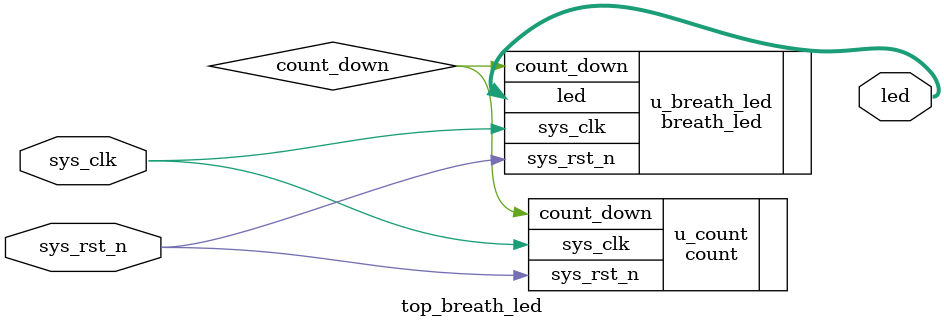
<source format=v>
module top_breath_led (
    input sys_clk,
    input sys_rst_n,
    output [3:0] led
);

    wire count_down;

    breath_led u_breath_led (
        .sys_clk(sys_clk),
        .sys_rst_n(sys_rst_n),
        .led(led),
        .count_down(count_down)
    );
    count u_count (
        .sys_clk(sys_clk),
        .sys_rst_n(sys_rst_n),
        .count_down(count_down)
    );
endmodule
</source>
